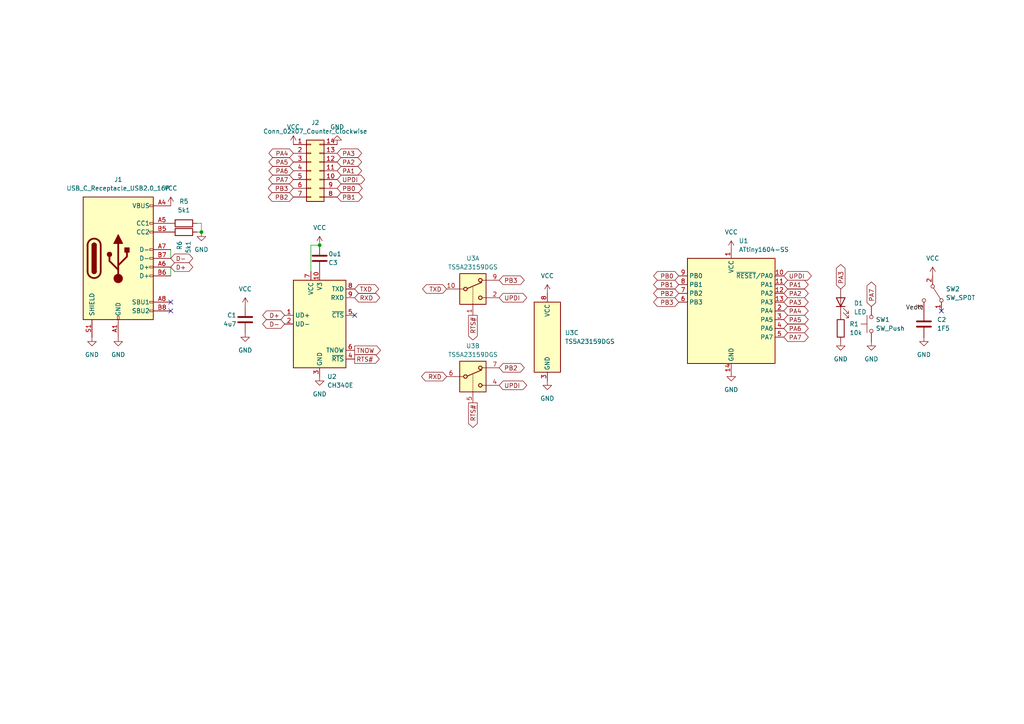
<source format=kicad_sch>
(kicad_sch (version 20231120) (generator "eeschema") (generator_version "8.0")
  (paper "A4")
  (lib_symbols
    (symbol "Analog_Switch:TS5A23159DGS"
      (property "Reference" "U" (at -5.08 8.89 0))
      (property "Value" "TS5A23159DGS" (at -5.08 6.985 0))
      (symbol "TS5A23159DGS_1_1"
        (rectangle (start -3.81 4.445) (end 3.81 -4.445) (stroke (width 0.254)) (fill (type background)))
        (circle (center -2.159 0) (radius 0.508) (stroke (width 0.254)))
        (polyline (pts (xy -5.08 0) (xy -2.794 0)))
        (polyline (pts (xy -1.651 0.127) (xy 2.54 1.905)) (stroke (width 0.254)))
        (polyline (pts (xy 0 -5.08) (xy 0 -4.572)))
        (polyline (pts (xy 0 -4.318) (xy 0 -4.064)))
        (polyline (pts (xy 0 -3.81) (xy 0 -3.556)))
        (polyline (pts (xy 0 -3.302) (xy 0 -3.048)))
        (polyline (pts (xy 0 -2.794) (xy 0 -2.54)))
        (polyline (pts (xy 0 -2.286) (xy 0 -2.032)))
        (polyline (pts (xy 0 -1.778) (xy 0 -1.524)))
        (polyline (pts (xy 0 -1.27) (xy 0 -1.016)))
        (polyline (pts (xy 0 -0.762) (xy 0 -0.508)))
        (polyline (pts (xy 0 -0.254) (xy 0 0)))
        (polyline (pts (xy 0 0.254) (xy 0 0.508)))
        (polyline (pts (xy 5.08 -2.54) (xy 2.794 -2.54)))
        (polyline (pts (xy 5.08 2.54) (xy 2.794 2.54)))
        (circle (center 2.159 -2.54) (radius 0.508) (stroke (width 0.254)))
        (circle (center 2.159 2.54) (radius 0.508) (stroke (width 0.254)))
        (pin input line (at 0 -7.62 90) (length 2.54) (name "~") (number "1"))
        (pin passive line (at -7.62 0 0) (length 2.54) (name "~") (number "10"))
        (pin passive line (at 7.62 -2.54 180) (length 2.54) (name "~") (number "2"))
        (pin passive line (at 7.62 2.54 180) (length 2.54) (name "~") (number "9"))
      )
      (symbol "TS5A23159DGS_2_1"
        (rectangle (start -3.81 4.445) (end 3.81 -4.445) (stroke (width 0.254)) (fill (type background)))
        (circle (center -2.159 0) (radius 0.508) (stroke (width 0.254)))
        (polyline (pts (xy -5.08 0) (xy -2.794 0)))
        (polyline (pts (xy -1.651 0.127) (xy 2.54 1.905)) (stroke (width 0.254)))
        (polyline (pts (xy 0 -5.08) (xy 0 -4.572)))
        (polyline (pts (xy 0 -4.318) (xy 0 -4.064)))
        (polyline (pts (xy 0 -3.81) (xy 0 -3.556)))
        (polyline (pts (xy 0 -3.302) (xy 0 -3.048)))
        (polyline (pts (xy 0 -2.794) (xy 0 -2.54)))
        (polyline (pts (xy 0 -2.286) (xy 0 -2.032)))
        (polyline (pts (xy 0 -1.778) (xy 0 -1.524)))
        (polyline (pts (xy 0 -1.27) (xy 0 -1.016)))
        (polyline (pts (xy 0 -0.762) (xy 0 -0.508)))
        (polyline (pts (xy 0 -0.254) (xy 0 0)))
        (polyline (pts (xy 0 0.254) (xy 0 0.508)))
        (polyline (pts (xy 5.08 -2.54) (xy 2.794 -2.54)))
        (polyline (pts (xy 5.08 2.54) (xy 2.794 2.54)))
        (circle (center 2.159 -2.54) (radius 0.508) (stroke (width 0.254)))
        (circle (center 2.159 2.54) (radius 0.508) (stroke (width 0.254)))
        (pin passive line (at 7.62 -2.54 180) (length 2.54) (name "~") (number "4"))
        (pin input line (at 0 -7.62 90) (length 2.54) (name "~") (number "5"))
        (pin passive line (at -7.62 0 0) (length 2.54) (name "~") (number "6"))
        (pin passive line (at 7.62 2.54 180) (length 2.54) (name "~") (number "7"))
      )
      (symbol "TS5A23159DGS_3_1"
        (rectangle (start -3.81 10.16) (end 3.81 -10.16) (stroke (width 0.254)) (fill (type background)))
        (pin power_in line (at 0 -12.7 90) (length 2.54) (name "GND") (number "3"))
        (pin power_in line (at 0 12.7 270) (length 2.54) (name "VCC") (number "8"))
      )
    )
    (symbol "Connector:USB_C_Receptacle_USB2.0_16P" (pin_names (offset 1.016))
      (property "Reference" "J" (at 0 22.225 0))
      (property "Value" "USB_C_Receptacle_USB2.0_16P" (at 0 19.685 0))
      (symbol "USB_C_Receptacle_USB2.0_16P_0_0"
        (rectangle (start -0.254 -17.78) (end 0.254 -16.764))
        (rectangle (start 10.16 -14.986) (end 9.144 -15.494))
        (rectangle (start 10.16 -12.446) (end 9.144 -12.954))
        (rectangle (start 10.16 -4.826) (end 9.144 -5.334))
        (rectangle (start 10.16 -2.286) (end 9.144 -2.794))
        (rectangle (start 10.16 0.254) (end 9.144 -0.254))
        (rectangle (start 10.16 2.794) (end 9.144 2.286))
        (rectangle (start 10.16 7.874) (end 9.144 7.366))
        (rectangle (start 10.16 10.414) (end 9.144 9.906))
        (rectangle (start 10.16 15.494) (end 9.144 14.986))
      )
      (symbol "USB_C_Receptacle_USB2.0_16P_0_1"
        (rectangle (start -10.16 17.78) (end 10.16 -17.78) (stroke (width 0.254)) (fill (type background)))
        (arc (start -8.89 -3.81) (mid -6.985 -5.7067) (end -5.08 -3.81) (stroke (width 0.508)))
        (arc (start -7.62 -3.81) (mid -6.985 -4.4423) (end -6.35 -3.81) (stroke (width 0.254)))
        (arc (start -7.62 -3.81) (mid -6.985 -4.4423) (end -6.35 -3.81) (stroke (width 0.254)) (fill (type outline)))
        (rectangle (start -7.62 -3.81) (end -6.35 3.81) (stroke (width 0.254)) (fill (type outline)))
        (arc (start -6.35 3.81) (mid -6.985 4.4423) (end -7.62 3.81) (stroke (width 0.254)))
        (arc (start -6.35 3.81) (mid -6.985 4.4423) (end -7.62 3.81) (stroke (width 0.254)) (fill (type outline)))
        (arc (start -5.08 3.81) (mid -6.985 5.7067) (end -8.89 3.81) (stroke (width 0.508)))
        (circle (center -2.54 1.143) (radius 0.635) (stroke (width 0.254)) (fill (type outline)))
        (circle (center 0 -5.842) (radius 1.27) (fill (type outline)))
        (polyline (pts (xy -8.89 -3.81) (xy -8.89 3.81)) (stroke (width 0.508)))
        (polyline (pts (xy -5.08 3.81) (xy -5.08 -3.81)) (stroke (width 0.508)))
        (polyline (pts (xy 0 -5.842) (xy 0 4.318)) (stroke (width 0.508)))
        (polyline (pts (xy 0 -3.302) (xy -2.54 -0.762) (xy -2.54 0.508)) (stroke (width 0.508)))
        (polyline (pts (xy 0 -2.032) (xy 2.54 0.508) (xy 2.54 1.778)) (stroke (width 0.508)))
        (polyline (pts (xy -1.27 4.318) (xy 0 6.858) (xy 1.27 4.318) (xy -1.27 4.318)) (stroke (width 0.254)) (fill (type outline)))
        (rectangle (start 1.905 1.778) (end 3.175 3.048) (stroke (width 0.254)) (fill (type outline)))
      )
      (symbol "USB_C_Receptacle_USB2.0_16P_1_1"
        (pin passive line (at 0 -22.86 90) (length 5.08) (name "GND") (number "A1"))
        (pin passive line (at 0 -22.86 90) (length 5.08) hide (name "GND") (number "A12"))
        (pin passive line (at 15.24 15.24 180) (length 5.08) (name "VBUS") (number "A4"))
        (pin bidirectional line (at 15.24 10.16 180) (length 5.08) (name "CC1") (number "A5"))
        (pin bidirectional line (at 15.24 -2.54 180) (length 5.08) (name "D+") (number "A6"))
        (pin bidirectional line (at 15.24 2.54 180) (length 5.08) (name "D-") (number "A7"))
        (pin bidirectional line (at 15.24 -12.7 180) (length 5.08) (name "SBU1") (number "A8"))
        (pin passive line (at 15.24 15.24 180) (length 5.08) hide (name "VBUS") (number "A9"))
        (pin passive line (at 0 -22.86 90) (length 5.08) hide (name "GND") (number "B1"))
        (pin passive line (at 0 -22.86 90) (length 5.08) hide (name "GND") (number "B12"))
        (pin passive line (at 15.24 15.24 180) (length 5.08) hide (name "VBUS") (number "B4"))
        (pin bidirectional line (at 15.24 7.62 180) (length 5.08) (name "CC2") (number "B5"))
        (pin bidirectional line (at 15.24 -5.08 180) (length 5.08) (name "D+") (number "B6"))
        (pin bidirectional line (at 15.24 0 180) (length 5.08) (name "D-") (number "B7"))
        (pin bidirectional line (at 15.24 -15.24 180) (length 5.08) (name "SBU2") (number "B8"))
        (pin passive line (at 15.24 15.24 180) (length 5.08) hide (name "VBUS") (number "B9"))
        (pin passive line (at -7.62 -22.86 90) (length 5.08) (name "SHIELD") (number "S1"))
      )
    )
    (symbol "Connector_Generic:Conn_02x07_Counter_Clockwise" (pin_names (offset 1.016) hide)
      (property "Reference" "J" (at 1.27 10.16 0))
      (property "Value" "Conn_02x07_Counter_Clockwise" (at 1.27 -10.16 0))
      (symbol "Conn_02x07_Counter_Clockwise_1_1"
        (rectangle (start -1.27 -7.493) (end 0 -7.747) (stroke (width 0.1524)))
        (rectangle (start -1.27 -4.953) (end 0 -5.207) (stroke (width 0.1524)))
        (rectangle (start -1.27 -2.413) (end 0 -2.667) (stroke (width 0.1524)))
        (rectangle (start -1.27 0.127) (end 0 -0.127) (stroke (width 0.1524)))
        (rectangle (start -1.27 2.667) (end 0 2.413) (stroke (width 0.1524)))
        (rectangle (start -1.27 5.207) (end 0 4.953) (stroke (width 0.1524)))
        (rectangle (start -1.27 7.747) (end 0 7.493) (stroke (width 0.1524)))
        (rectangle (start -1.27 8.89) (end 3.81 -8.89) (stroke (width 0.254)) (fill (type background)))
        (rectangle (start 3.81 -7.493) (end 2.54 -7.747) (stroke (width 0.1524)))
        (rectangle (start 3.81 -4.953) (end 2.54 -5.207) (stroke (width 0.1524)))
        (rectangle (start 3.81 -2.413) (end 2.54 -2.667) (stroke (width 0.1524)))
        (rectangle (start 3.81 0.127) (end 2.54 -0.127) (stroke (width 0.1524)))
        (rectangle (start 3.81 2.667) (end 2.54 2.413) (stroke (width 0.1524)))
        (rectangle (start 3.81 5.207) (end 2.54 4.953) (stroke (width 0.1524)))
        (rectangle (start 3.81 7.747) (end 2.54 7.493) (stroke (width 0.1524)))
        (pin passive line (at -5.08 7.62 0) (length 3.81) (name "Pin_1") (number "1"))
        (pin passive line (at 7.62 -2.54 180) (length 3.81) (name "Pin_10") (number "10"))
        (pin passive line (at 7.62 0 180) (length 3.81) (name "Pin_11") (number "11"))
        (pin passive line (at 7.62 2.54 180) (length 3.81) (name "Pin_12") (number "12"))
        (pin passive line (at 7.62 5.08 180) (length 3.81) (name "Pin_13") (number "13"))
        (pin passive line (at 7.62 7.62 180) (length 3.81) (name "Pin_14") (number "14"))
        (pin passive line (at -5.08 5.08 0) (length 3.81) (name "Pin_2") (number "2"))
        (pin passive line (at -5.08 2.54 0) (length 3.81) (name "Pin_3") (number "3"))
        (pin passive line (at -5.08 0 0) (length 3.81) (name "Pin_4") (number "4"))
        (pin passive line (at -5.08 -2.54 0) (length 3.81) (name "Pin_5") (number "5"))
        (pin passive line (at -5.08 -5.08 0) (length 3.81) (name "Pin_6") (number "6"))
        (pin passive line (at -5.08 -7.62 0) (length 3.81) (name "Pin_7") (number "7"))
        (pin passive line (at 7.62 -7.62 180) (length 3.81) (name "Pin_8") (number "8"))
        (pin passive line (at 7.62 -5.08 180) (length 3.81) (name "Pin_9") (number "9"))
      )
    )
    (symbol "Device:C" (pin_numbers hide) (pin_names (offset 0.254))
      (property "Reference" "C" (at 0.635 2.54 0))
      (property "Value" "C" (at 0.635 -2.54 0))
      (symbol "C_0_1"
        (polyline (pts (xy -2.032 -0.762) (xy 2.032 -0.762)) (stroke (width 0.508)))
        (polyline (pts (xy -2.032 0.762) (xy 2.032 0.762)) (stroke (width 0.508)))
      )
      (symbol "C_1_1"
        (pin passive line (at 0 3.81 270) (length 2.794) (name "~") (number "1"))
        (pin passive line (at 0 -3.81 90) (length 2.794) (name "~") (number "2"))
      )
    )
    (symbol "Device:LED" (pin_numbers hide) (pin_names (offset 1.016) hide)
      (property "Reference" "D" (at 0 2.54 0))
      (property "Value" "LED" (at 0 -2.54 0))
      (symbol "LED_0_1"
        (polyline (pts (xy -1.27 -1.27) (xy -1.27 1.27)) (stroke (width 0.254)))
        (polyline (pts (xy -1.27 0) (xy 1.27 0)))
        (polyline (pts (xy 1.27 -1.27) (xy 1.27 1.27) (xy -1.27 0) (xy 1.27 -1.27)) (stroke (width 0.254)))
        (polyline (pts (xy -3.048 -0.762) (xy -4.572 -2.286) (xy -3.81 -2.286) (xy -4.572 -2.286) (xy -4.572 -1.524)))
        (polyline (pts (xy -1.778 -0.762) (xy -3.302 -2.286) (xy -2.54 -2.286) (xy -3.302 -2.286) (xy -3.302 -1.524)))
      )
      (symbol "LED_1_1"
        (pin passive line (at -3.81 0 0) (length 2.54) (name "K") (number "1"))
        (pin passive line (at 3.81 0 180) (length 2.54) (name "A") (number "2"))
      )
    )
    (symbol "Device:R" (pin_numbers hide) (pin_names (offset 0))
      (property "Reference" "R" (at 2.032 0 90))
      (property "Value" "R" (at 0 0 90))
      (symbol "R_0_1"
        (rectangle (start -1.016 -2.54) (end 1.016 2.54) (stroke (width 0.254)))
      )
      (symbol "R_1_1"
        (pin passive line (at 0 3.81 270) (length 1.27) (name "~") (number "1"))
        (pin passive line (at 0 -3.81 90) (length 1.27) (name "~") (number "2"))
      )
    )
    (symbol "GND_1" (power) (pin_numbers hide) (pin_names (offset 0) hide)
      (property "Value" "GND" (at 0 -3.81 0))
      (symbol "GND_1_0_1"
        (polyline (pts (xy 0 0) (xy 0 -1.27) (xy 1.27 -1.27) (xy 0 -2.54) (xy -1.27 -1.27) (xy 0 -1.27)))
      )
      (symbol "GND_1_1_1"
        (pin power_in line (at 0 0 270) (length 0) (name "~") (number "1"))
      )
    )
    (symbol "Interface_USB:CH340E"
      (property "Reference" "U" (at -5.08 13.97 0))
      (property "Value" "CH340E" (at 1.27 13.97 0))
      (symbol "CH340E_0_1"
        (rectangle (start -7.62 12.7) (end 7.62 -12.7) (stroke (width 0.254)) (fill (type background)))
      )
      (symbol "CH340E_1_1"
        (pin bidirectional line (at -10.16 2.54 0) (length 2.54) (name "UD+") (number "1"))
        (pin power_out line (at 0 15.24 270) (length 2.54) (name "V3") (number "10"))
        (pin bidirectional line (at -10.16 0 0) (length 2.54) (name "UD-") (number "2"))
        (pin power_in line (at 0 -15.24 90) (length 2.54) (name "GND") (number "3"))
        (pin output line (at 10.16 -10.16 180) (length 2.54) (name "~{RTS}") (number "4"))
        (pin input line (at 10.16 2.54 180) (length 2.54) (name "~{CTS}") (number "5"))
        (pin output line (at 10.16 -7.62 180) (length 2.54) (name "TNOW") (number "6"))
        (pin power_in line (at -2.54 15.24 270) (length 2.54) (name "VCC") (number "7"))
        (pin output line (at 10.16 10.16 180) (length 2.54) (name "TXD") (number "8"))
        (pin input line (at 10.16 7.62 180) (length 2.54) (name "RXD") (number "9"))
      )
    )
    (symbol "MCU_Microchip_ATtiny:ATtiny1604-SS"
      (property "Reference" "U" (at -12.7 16.51 0))
      (property "Value" "ATtiny1604-SS" (at 2.54 -16.51 0))
      (symbol "ATtiny1604-SS_0_1"
        (rectangle (start -12.7 -15.24) (end 12.7 15.24) (stroke (width 0.254)) (fill (type background)))
      )
      (symbol "ATtiny1604-SS_1_1"
        (pin power_in line (at 0 17.78 270) (length 2.54) (name "VCC") (number "1"))
        (pin bidirectional line (at 15.24 10.16 180) (length 2.54) (name "~{RESET}/PA0") (number "10"))
        (pin bidirectional line (at 15.24 7.62 180) (length 2.54) (name "PA1") (number "11"))
        (pin bidirectional line (at 15.24 5.08 180) (length 2.54) (name "PA2") (number "12"))
        (pin bidirectional line (at 15.24 2.54 180) (length 2.54) (name "PA3") (number "13"))
        (pin power_in line (at 0 -17.78 90) (length 2.54) (name "GND") (number "14"))
        (pin bidirectional line (at 15.24 0 180) (length 2.54) (name "PA4") (number "2"))
        (pin bidirectional line (at 15.24 -2.54 180) (length 2.54) (name "PA5") (number "3"))
        (pin bidirectional line (at 15.24 -5.08 180) (length 2.54) (name "PA6") (number "4"))
        (pin bidirectional line (at 15.24 -7.62 180) (length 2.54) (name "PA7") (number "5"))
        (pin bidirectional line (at -15.24 2.54 0) (length 2.54) (name "PB3") (number "6"))
        (pin bidirectional line (at -15.24 5.08 0) (length 2.54) (name "PB2") (number "7"))
        (pin bidirectional line (at -15.24 7.62 0) (length 2.54) (name "PB1") (number "8"))
        (pin bidirectional line (at -15.24 10.16 0) (length 2.54) (name "PB0") (number "9"))
      )
    )
    (symbol "Switch:SW_Push" (pin_numbers hide) (pin_names (offset 1.016) hide)
      (property "Reference" "SW" (at 1.27 2.54 0))
      (property "Value" "SW_Push" (at 0 -1.524 0))
      (symbol "SW_Push_0_1"
        (circle (center -2.032 0) (radius 0.508))
        (polyline (pts (xy 0 1.27) (xy 0 3.048)))
        (polyline (pts (xy 2.54 1.27) (xy -2.54 1.27)))
        (circle (center 2.032 0) (radius 0.508))
        (pin passive line (at -5.08 0 0) (length 2.54) (name "1") (number "1"))
        (pin passive line (at 5.08 0 180) (length 2.54) (name "2") (number "2"))
      )
    )
    (symbol "Switch:SW_SPDT" (pin_names (offset 0) hide)
      (property "Reference" "SW" (at 0 4.318 0))
      (property "Value" "SW_SPDT" (at 0 -5.08 0))
      (symbol "SW_SPDT_0_0"
        (circle (center -2.032 0) (radius 0.508))
        (circle (center 2.032 -2.54) (radius 0.508))
      )
      (symbol "SW_SPDT_0_1"
        (polyline (pts (xy -1.524 0.254) (xy 1.651 2.286)))
        (circle (center 2.032 2.54) (radius 0.508))
      )
      (symbol "SW_SPDT_1_1"
        (pin passive line (at 5.08 2.54 180) (length 2.54) (name "A") (number "1"))
        (pin passive line (at -5.08 0 0) (length 2.54) (name "B") (number "2"))
        (pin passive line (at 5.08 -2.54 180) (length 2.54) (name "C") (number "3"))
      )
    )
    (symbol "VCC_1" (power) (pin_numbers hide) (pin_names (offset 0) hide)
      (property "Value" "VCC" (at 0 3.556 0))
      (symbol "VCC_1_0_1"
        (polyline (pts (xy -0.762 1.27) (xy 0 2.54)))
        (polyline (pts (xy 0 0) (xy 0 2.54)))
        (polyline (pts (xy 0 2.54) (xy 0.762 1.27)))
      )
      (symbol "VCC_1_1_1"
        (pin power_in line (at 0 0 90) (length 0) (name "~") (number "1"))
      )
    )
    (symbol "power:GND" (power) (pin_names (offset 0))
      (property "Value" "GND" (at 0 -3.81 0))
      (symbol "GND_0_1"
        (polyline (pts (xy 0 0) (xy 0 -1.27) (xy 1.27 -1.27) (xy 0 -2.54) (xy -1.27 -1.27) (xy 0 -1.27)))
      )
      (symbol "GND_1_1"
        (pin power_in line (at 0 0 270) (length 0) hide (name "GND") (number "1"))
      )
    )
    (symbol "power:VCC" (power) (pin_names (offset 0))
      (property "Value" "VCC" (at 0 3.81 0))
      (symbol "VCC_0_1"
        (polyline (pts (xy -0.762 1.27) (xy 0 2.54)))
        (polyline (pts (xy 0 0) (xy 0 2.54)))
        (polyline (pts (xy 0 2.54) (xy 0.762 1.27)))
      )
      (symbol "VCC_1_1"
        (pin power_in line (at 0 0 90) (length 0) hide (name "VCC") (number "1"))
      )
    )
  )
  (junction (at 58.42 67.31))
  (junction (at 92.71 71.12))
  (no_connect (at 49.53 87.63))
  (no_connect (at 273.05 90.17))
  (no_connect (at 102.87 91.44))
  (no_connect (at 49.53 90.17))
  (wire (pts (xy 49.53 72.39) (xy 49.53 74.93)))
  (wire (pts (xy 90.17 71.12) (xy 92.71 71.12)))
  (wire (pts (xy 57.15 64.77) (xy 58.42 64.77)))
  (wire (pts (xy 90.17 78.74) (xy 90.17 71.12)))
  (wire (pts (xy 49.53 77.47) (xy 49.53 80.01)))
  (wire (pts (xy 58.42 64.77) (xy 58.42 67.31)))
  (wire (pts (xy 58.42 67.31) (xy 57.15 67.31)))
  (label "Vedlc" (at 267.97 90.17 180))
  (global_label "UPDI" (shape bidirectional) (at 97.79 52.07 0) (property "Intersheetrefs" "${INTERSHEET_REFS}" (effects (hide yes))))
  (global_label "RTS#" (shape output) (at 137.16 116.84 270) (property "Intersheetrefs" "${INTERSHEET_REFS}" (effects (hide yes))))
  (global_label "PA3" (shape bidirectional) (at 227.33 87.63 0) (property "Intersheetrefs" "${INTERSHEET_REFS}" (effects (hide yes))))
  (global_label "PB0" (shape bidirectional) (at 196.85 80.01 180) (property "Intersheetrefs" "${INTERSHEET_REFS}" (effects (hide yes))))
  (global_label "TXD" (shape bidirectional) (at 129.54 83.82 180) (property "Intersheetrefs" "${INTERSHEET_REFS}" (effects (hide yes))))
  (global_label "PB1" (shape bidirectional) (at 196.85 82.55 180) (property "Intersheetrefs" "${INTERSHEET_REFS}" (effects (hide yes))))
  (global_label "PB3" (shape bidirectional) (at 85.09 54.61 180) (property "Intersheetrefs" "${INTERSHEET_REFS}" (effects (hide yes))))
  (global_label "RXD" (shape bidirectional) (at 129.54 109.22 180) (property "Intersheetrefs" "${INTERSHEET_REFS}" (effects (hide yes))))
  (global_label "RTS#" (shape output) (at 102.87 104.14 0) (property "Intersheetrefs" "${INTERSHEET_REFS}" (effects (hide yes))))
  (global_label "D+" (shape bidirectional) (at 49.53 77.47 0) (property "Intersheetrefs" "${INTERSHEET_REFS}" (effects (hide yes))))
  (global_label "D-" (shape bidirectional) (at 49.53 74.93 0) (property "Intersheetrefs" "${INTERSHEET_REFS}" (effects (hide yes))))
  (global_label "PB1" (shape bidirectional) (at 97.79 57.15 0) (property "Intersheetrefs" "${INTERSHEET_REFS}" (effects (hide yes))))
  (global_label "PA5" (shape bidirectional) (at 85.09 46.99 180) (property "Intersheetrefs" "${INTERSHEET_REFS}" (effects (hide yes))))
  (global_label "UPDI" (shape bidirectional) (at 227.33 80.01 0) (property "Intersheetrefs" "${INTERSHEET_REFS}" (effects (hide yes))))
  (global_label "PA1" (shape bidirectional) (at 97.79 49.53 0) (property "Intersheetrefs" "${INTERSHEET_REFS}" (effects (hide yes))))
  (global_label "PA7" (shape bidirectional) (at 252.73 88.9 90) (property "Intersheetrefs" "${INTERSHEET_REFS}" (effects (hide yes))))
  (global_label "PB3" (shape bidirectional) (at 144.78 81.28 0) (property "Intersheetrefs" "${INTERSHEET_REFS}" (effects (hide yes))))
  (global_label "PB3" (shape bidirectional) (at 196.85 87.63 180) (property "Intersheetrefs" "${INTERSHEET_REFS}" (effects (hide yes))))
  (global_label "PA7" (shape bidirectional) (at 85.09 52.07 180) (property "Intersheetrefs" "${INTERSHEET_REFS}" (effects (hide yes))))
  (global_label "PB2" (shape bidirectional) (at 196.85 85.09 180) (property "Intersheetrefs" "${INTERSHEET_REFS}" (effects (hide yes))))
  (global_label "PB2" (shape bidirectional) (at 144.78 106.68 0) (property "Intersheetrefs" "${INTERSHEET_REFS}" (effects (hide yes))))
  (global_label "PA6" (shape bidirectional) (at 85.09 49.53 180) (property "Intersheetrefs" "${INTERSHEET_REFS}" (effects (hide yes))))
  (global_label "D-" (shape bidirectional) (at 82.55 93.98 180) (property "Intersheetrefs" "${INTERSHEET_REFS}" (effects (hide yes))))
  (global_label "PA3" (shape bidirectional) (at 243.84 83.82 90) (property "Intersheetrefs" "${INTERSHEET_REFS}" (effects (hide yes))))
  (global_label "PA3" (shape bidirectional) (at 97.79 44.45 0) (property "Intersheetrefs" "${INTERSHEET_REFS}" (effects (hide yes))))
  (global_label "PA2" (shape bidirectional) (at 227.33 85.09 0) (property "Intersheetrefs" "${INTERSHEET_REFS}" (effects (hide yes))))
  (global_label "PA4" (shape bidirectional) (at 227.33 90.17 0) (property "Intersheetrefs" "${INTERSHEET_REFS}" (effects (hide yes))))
  (global_label "PA1" (shape bidirectional) (at 227.33 82.55 0) (property "Intersheetrefs" "${INTERSHEET_REFS}" (effects (hide yes))))
  (global_label "PA2" (shape bidirectional) (at 97.79 46.99 0) (property "Intersheetrefs" "${INTERSHEET_REFS}" (effects (hide yes))))
  (global_label "PA7" (shape bidirectional) (at 227.33 97.79 0) (property "Intersheetrefs" "${INTERSHEET_REFS}" (effects (hide yes))))
  (global_label "RTS#" (shape output) (at 137.16 91.44 270) (property "Intersheetrefs" "${INTERSHEET_REFS}" (effects (hide yes))))
  (global_label "TNOW" (shape output) (at 102.87 101.6 0) (property "Intersheetrefs" "${INTERSHEET_REFS}" (effects (hide yes))))
  (global_label "PB0" (shape bidirectional) (at 97.79 54.61 0) (property "Intersheetrefs" "${INTERSHEET_REFS}" (effects (hide yes))))
  (global_label "D+" (shape bidirectional) (at 82.55 91.44 180) (property "Intersheetrefs" "${INTERSHEET_REFS}" (effects (hide yes))))
  (global_label "UPDI" (shape bidirectional) (at 144.78 86.36 0) (property "Intersheetrefs" "${INTERSHEET_REFS}" (effects (hide yes))))
  (global_label "PA6" (shape bidirectional) (at 227.33 95.25 0) (property "Intersheetrefs" "${INTERSHEET_REFS}" (effects (hide yes))))
  (global_label "TXD" (shape bidirectional) (at 102.87 83.82 0) (property "Intersheetrefs" "${INTERSHEET_REFS}" (effects (hide yes))))
  (global_label "PB2" (shape bidirectional) (at 85.09 57.15 180) (property "Intersheetrefs" "${INTERSHEET_REFS}" (effects (hide yes))))
  (global_label "PA4" (shape bidirectional) (at 85.09 44.45 180) (property "Intersheetrefs" "${INTERSHEET_REFS}" (effects (hide yes))))
  (global_label "PA5" (shape bidirectional) (at 227.33 92.71 0) (property "Intersheetrefs" "${INTERSHEET_REFS}" (effects (hide yes))))
  (global_label "RXD" (shape bidirectional) (at 102.87 86.36 0) (property "Intersheetrefs" "${INTERSHEET_REFS}" (effects (hide yes))))
  (global_label "UPDI" (shape bidirectional) (at 144.78 111.76 0) (property "Intersheetrefs" "${INTERSHEET_REFS}" (effects (hide yes))))
  (symbol (lib_name "VCC_1") (lib_id "power:VCC") (at 270.51 80.01 0) (unit 1)
    (property "Reference" "#PWR016" (effects (hide yes)))
    (property "Value" "VCC" (at 270.51 74.93 0))
    (property "Description" "Power symbol creates a global label with name \"VCC\"" (effects (hide yes)))
  )
  (symbol (lib_name "GND_1") (lib_id "power:GND") (at 267.97 97.79 0) (unit 1)
    (property "Reference" "#PWR017" (effects (hide yes)))
    (property "Value" "GND" (at 267.97 102.87 0))
    (property "Description" "Power symbol creates a global label with name \"GND\" , ground" (effects (hide yes)))
  )
  (symbol (lib_id "Device:C") (at 71.12 92.71 0) (unit 1)
    (property "Reference" "C1" (at 68.58 91.44 0) (effects (justify right)))
    (property "Value" "4u7" (at 68.58 93.98 0) (effects (justify right)))
    (property "Footprint" "Capacitor_SMD:C_0603_1608Metric" (effects (hide yes)))
  )
  (symbol (lib_id "power:GND") (at 26.67 97.79 0) (unit 1)
    (property "Reference" "#PWR020" (effects (hide yes)))
    (property "Value" "GND" (at 26.67 102.87 0))
  )
  (symbol (lib_id "power:GND") (at 158.75 110.49 0) (unit 1)
    (property "Reference" "#PWR015" (effects (hide yes)))
    (property "Value" "GND" (at 158.75 115.57 0))
  )
  (symbol (lib_id "Connector:USB_C_Receptacle_USB2.0_16P") (at 34.29 74.93 0) (unit 1)
    (property "Reference" "J1" (at 34.29 52.07 0))
    (property "Value" "USB_C_Receptacle_USB2.0_16P" (at 34.29 54.61 0))
    (property "Footprint" "Connector_USB:USB_C_Receptacle_GCT_USB4105-xx-A_16P_TopMnt_Horizontal" (effects (hide yes)))
    (property "Datasheet" "https://www.usb.org/sites/default/files/documents/usb_type-c.zip" (effects (hide yes)))
    (property "Description" "USB 2.0-only 16P Type-C Receptacle connector" (effects (hide yes)))
  )
  (symbol (lib_id "power:VCC") (at 92.71 71.12 0) (unit 1)
    (property "Reference" "#PWR08" (effects (hide yes)))
    (property "Value" "VCC" (at 92.71 66.04 0))
  )
  (symbol (lib_id "Analog_Switch:TS5A23159DGS") (at 158.75 97.79 0) (unit 3)
    (property "Reference" "U3" (at 163.83 96.5199 0) (effects (justify left)))
    (property "Value" "TS5A23159DGS" (at 163.83 99.0599 0) (effects (justify left)))
    (property "Footprint" "Package_SO:VSSOP-10_3x3mm_P0.5mm" (effects (hide yes)))
    (property "Datasheet" "http://www.ti.com/lit/ds/symlink/ts5a23159.pdf" (effects (hide yes)))
    (property "Description" "Dual SPDT 1ohm Bidirectional Analog Switch with Off protection, VSSOP-10" (effects (hide yes)))
  )
  (symbol (lib_id "MCU_Microchip_ATtiny:ATtiny1604-SS") (at 212.09 90.17 0) (unit 1)
    (property "Reference" "U1" (at 214.2841 69.85 0) (effects (justify left)))
    (property "Value" "ATtiny1604-SS" (at 214.2841 72.39 0) (effects (justify left)))
    (property "Footprint" "Package_SO:SOIC-14_3.9x8.7mm_P1.27mm" (effects (hide yes)))
    (property "Datasheet" "http://ww1.microchip.com/downloads/en/DeviceDoc/ATtiny804_1604-Data-Sheet-40002028A.pdf" (effects (hide yes)))
    (property "Description" "20MHz, 16kB Flash, 1kB SRAM, 256B EEPROM, SOIC-14" (effects (hide yes)))
  )
  (symbol (lib_id "Device:R") (at 243.84 95.25 0) (unit 1)
    (property "Reference" "R1" (at 246.38 93.98 0) (effects (justify left)))
    (property "Value" "10k" (at 246.38 96.52 0) (effects (justify left)))
    (property "Footprint" "Resistor_SMD:R_0603_1608Metric" (effects (hide yes)))
  )
  (symbol (lib_id "power:VCC") (at 49.53 59.69 0) (unit 1)
    (property "Reference" "#PWR05" (effects (hide yes)))
    (property "Value" "VCC" (at 49.53 54.61 0))
  )
  (symbol (lib_name "GND_1") (lib_id "power:GND") (at 243.84 99.06 0) (unit 1)
    (property "Reference" "#PWR018" (effects (hide yes)))
    (property "Value" "GND" (at 243.84 104.14 0))
    (property "Description" "Power symbol creates a global label with name \"GND\" , ground" (effects (hide yes)))
  )
  (symbol (lib_id "Device:LED") (at 243.84 87.63 90) (unit 1)
    (property "Reference" "D1" (at 247.65 87.9475 90) (effects (justify right)))
    (property "Value" "LED" (at 247.65 90.4875 90) (effects (justify right)))
    (property "Footprint" "LED_SMD:LED_0603_1608Metric" (effects (hide yes)))
  )
  (symbol (lib_id "Switch:SW_SPDT") (at 270.51 85.09 270) (unit 1)
    (property "Reference" "SW2" (at 274.32 83.8199 90) (effects (justify left)))
    (property "Value" "SW_SPDT" (at 274.32 86.3599 90) (effects (justify left)))
    (property "Footprint" "Library:sw" (effects (hide yes)))
  )
  (symbol (lib_name "GND_1") (lib_id "power:GND") (at 252.73 99.06 0) (unit 1)
    (property "Reference" "#PWR019" (effects (hide yes)))
    (property "Value" "GND" (at 252.73 104.14 0))
    (property "Description" "Power symbol creates a global label with name \"GND\" , ground" (effects (hide yes)))
  )
  (symbol (lib_id "power:VCC") (at 71.12 88.9 0) (unit 1)
    (property "Reference" "#PWR03" (effects (hide yes)))
    (property "Value" "VCC" (at 71.12 83.82 0))
  )
  (symbol (lib_id "power:GND") (at 58.42 67.31 0) (unit 1)
    (property "Reference" "#PWR07" (effects (hide yes)))
    (property "Value" "GND" (at 58.42 72.39 0))
  )
  (symbol (lib_id "power:GND") (at 71.12 96.52 0) (unit 1)
    (property "Reference" "#PWR01" (effects (hide yes)))
    (property "Value" "GND" (at 71.12 101.6 0))
  )
  (symbol (lib_id "Device:C") (at 92.71 74.93 180) (unit 1)
    (property "Reference" "C3" (at 95.25 76.2 0) (effects (justify right)))
    (property "Value" "0u1" (at 95.25 73.66 0) (effects (justify right)))
    (property "Footprint" "Capacitor_SMD:C_0603_1608Metric" (effects (hide yes)))
  )
  (symbol (lib_id "power:GND") (at 92.71 109.22 0) (unit 1)
    (property "Reference" "#PWR010" (effects (hide yes)))
    (property "Value" "GND" (at 92.71 114.3 0))
  )
  (symbol (lib_id "Interface_USB:CH340E") (at 92.71 93.98 0) (unit 1)
    (property "Reference" "U2" (at 94.9041 109.22 0) (effects (justify left)))
    (property "Value" "CH340E" (at 94.9041 111.76 0) (effects (justify left)))
    (property "Footprint" "Package_SO:MSOP-10_3x3mm_P0.5mm" (effects (hide yes)))
    (property "Datasheet" "https://www.mpja.com/download/35227cpdata.pdf" (effects (hide yes)))
    (property "Description" "USB serial converter, UART, MSOP-10" (effects (hide yes)))
  )
  (symbol (lib_id "Device:C") (at 267.97 93.98 0) (unit 1)
    (property "Reference" "C2" (at 271.78 92.71 0) (effects (justify left)))
    (property "Value" "1F5" (at 271.78 95.25 0) (effects (justify left)))
    (property "Footprint" "Library:edlc" (effects (hide yes)))
  )
  (symbol (lib_id "power:VCC") (at 158.75 85.09 0) (unit 1)
    (property "Reference" "#PWR014" (effects (hide yes)))
    (property "Value" "VCC" (at 158.75 80.01 0))
  )
  (symbol (lib_id "Device:R") (at 53.34 67.31 90) (unit 1)
    (property "Reference" "R6" (at 52.07 69.85 0) (effects (justify right)))
    (property "Value" "5k1" (at 54.61 69.85 0) (effects (justify right)))
    (property "Footprint" "Resistor_SMD:R_0603_1608Metric" (effects (hide yes)))
  )
  (symbol (lib_id "Switch:SW_Push") (at 252.73 93.98 90) (unit 1)
    (property "Reference" "SW1" (at 254 92.71 90) (effects (justify right)))
    (property "Value" "SW_Push" (at 254 95.25 90) (effects (justify right)))
    (property "Footprint" "Library:sw_push_smd" (effects (hide yes)))
  )
  (symbol (lib_id "power:GND") (at 212.09 107.95 0) (unit 1)
    (property "Reference" "#PWR012" (effects (hide yes)))
    (property "Value" "GND" (at 212.09 113.03 0))
  )
  (symbol (lib_id "power:GND") (at 97.79 41.91 180) (unit 1)
    (property "Reference" "#PWR04" (effects (hide yes)))
    (property "Value" "GND" (at 97.79 36.83 0))
  )
  (symbol (lib_id "Connector_Generic:Conn_02x07_Counter_Clockwise") (at 90.17 49.53 0) (unit 1)
    (property "Reference" "J2" (at 91.44 35.56 0))
    (property "Value" "Conn_02x07_Counter_Clockwise" (at 91.44 38.1 0))
    (property "Footprint" "Package_DIP:DIP-14_W10.16mm" (effects (hide yes)))
    (property "Description" "Generic connector, double row, 02x07, counter clockwise pin numbering scheme (similar to DIP package numbering), script generated (kicad-library-utils/schlib/autogen/connector/)" (effects (hide yes)))
  )
  (symbol (lib_id "Device:R") (at 53.34 64.77 270) (unit 1)
    (property "Reference" "R5" (at 53.34 58.42 90))
    (property "Value" "5k1" (at 53.34 60.96 90))
    (property "Footprint" "Resistor_SMD:R_0603_1608Metric" (effects (hide yes)))
  )
  (symbol (lib_id "power:GND") (at 34.29 97.79 0) (unit 1)
    (property "Reference" "#PWR06" (effects (hide yes)))
    (property "Value" "GND" (at 34.29 102.87 0))
  )
  (symbol (lib_id "power:VCC") (at 212.09 72.39 0) (unit 1)
    (property "Reference" "#PWR013" (effects (hide yes)))
    (property "Value" "VCC" (at 212.09 67.31 0))
  )
  (symbol (lib_id "power:VCC") (at 85.09 41.91 0) (unit 1)
    (property "Reference" "#PWR02" (effects (hide yes)))
    (property "Value" "VCC" (at 85.09 36.83 0))
  )
  (symbol (lib_id "Analog_Switch:TS5A23159DGS") (at 137.16 109.22 0) (unit 2)
    (property "Reference" "U3" (at 137.16 100.33 0))
    (property "Value" "TS5A23159DGS" (at 137.16 102.87 0))
    (property "Footprint" "Package_SO:VSSOP-10_3x3mm_P0.5mm" (effects (hide yes)))
    (property "Datasheet" "http://www.ti.com/lit/ds/symlink/ts5a23159.pdf" (effects (hide yes)))
    (property "Description" "Dual SPDT 1ohm Bidirectional Analog Switch with Off protection, VSSOP-10" (effects (hide yes)))
  )
  (symbol (lib_id "Analog_Switch:TS5A23159DGS") (at 137.16 83.82 0) (unit 1)
    (property "Reference" "U3" (at 137.16 74.93 0))
    (property "Value" "TS5A23159DGS" (at 137.16 77.47 0))
    (property "Footprint" "Package_SO:VSSOP-10_3x3mm_P0.5mm" (effects (hide yes)))
    (property "Datasheet" "http://www.ti.com/lit/ds/symlink/ts5a23159.pdf" (effects (hide yes)))
    (property "Description" "Dual SPDT 1ohm Bidirectional Analog Switch with Off protection, VSSOP-10" (effects (hide yes)))
  )
)
</source>
